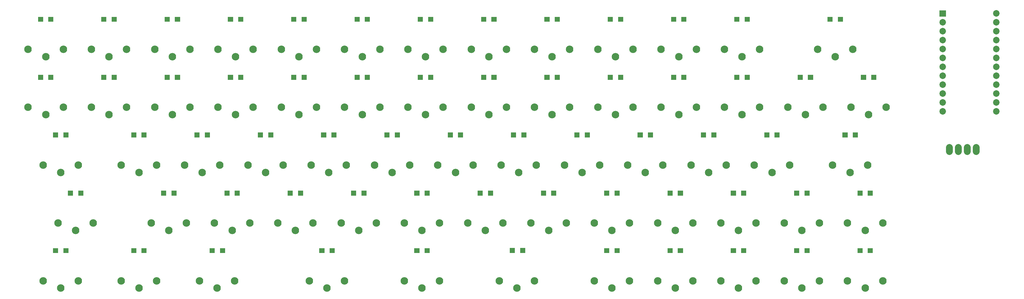
<source format=gbs>
G04 Layer: BottomSolderMaskLayer*
G04 EasyEDA v6.5.1, 2022-08-22 11:36:35*
G04 479a10040a424d6084b7507f6101f796,d603b60474844c32a05bd641800ef4e1,10*
G04 Gerber Generator version 0.2*
G04 Scale: 100 percent, Rotated: No, Reflected: No *
G04 Dimensions in millimeters *
G04 leading zeros omitted , absolute positions ,4 integer and 5 decimal *
%FSLAX45Y45*%
%MOMM*%

%ADD22C,1.9812*%
%ADD23C,2.1336*%
%ADD25C,1.8542*%

%LPD*%
D22*
X27495500Y5806300D02*
G01*
X27495500Y5928499D01*
X27749500Y5806300D02*
G01*
X27749500Y5928499D01*
X28003500Y5806300D02*
G01*
X28003500Y5928499D01*
X28257500Y5806300D02*
G01*
X28257500Y5928499D01*
G36*
X24455374Y6208776D02*
G01*
X24455374Y6351270D01*
X24600661Y6351270D01*
X24600661Y6208776D01*
G37*
G36*
X24749252Y6208776D02*
G01*
X24749252Y6351270D01*
X24894540Y6351270D01*
X24894540Y6208776D01*
G37*
G36*
X19580352Y9503918D02*
G01*
X19580352Y9646158D01*
X19725640Y9646158D01*
X19725640Y9503918D01*
G37*
G36*
X19874229Y9503918D02*
G01*
X19874229Y9646158D01*
X20019518Y9646158D01*
X20019518Y9503918D01*
G37*
G36*
X3380231Y9503918D02*
G01*
X3380231Y9646158D01*
X3525774Y9646158D01*
X3525774Y9503918D01*
G37*
G36*
X3674363Y9503918D02*
G01*
X3674363Y9646158D01*
X3819652Y9646158D01*
X3819652Y9503918D01*
G37*
G36*
X5180329Y9503918D02*
G01*
X5180329Y9646158D01*
X5325618Y9646158D01*
X5325618Y9503918D01*
G37*
G36*
X5474208Y9503918D02*
G01*
X5474208Y9646158D01*
X5619750Y9646158D01*
X5619750Y9503918D01*
G37*
G36*
X6980427Y9503918D02*
G01*
X6980427Y9646158D01*
X7125715Y9646158D01*
X7125715Y9503918D01*
G37*
G36*
X7274306Y9503918D02*
G01*
X7274306Y9646158D01*
X7419593Y9646158D01*
X7419593Y9503918D01*
G37*
G36*
X8780272Y9503918D02*
G01*
X8780272Y9646158D01*
X8925559Y9646158D01*
X8925559Y9503918D01*
G37*
G36*
X9074404Y9503918D02*
G01*
X9074404Y9646158D01*
X9219691Y9646158D01*
X9219691Y9503918D01*
G37*
G36*
X10580370Y9503918D02*
G01*
X10580370Y9646158D01*
X10725658Y9646158D01*
X10725658Y9503918D01*
G37*
G36*
X10874247Y9503918D02*
G01*
X10874247Y9646158D01*
X11019536Y9646158D01*
X11019536Y9503918D01*
G37*
G36*
X12380213Y9503918D02*
G01*
X12380213Y9646158D01*
X12525756Y9646158D01*
X12525756Y9503918D01*
G37*
G36*
X12674345Y9503918D02*
G01*
X12674345Y9646158D01*
X12819634Y9646158D01*
X12819634Y9503918D01*
G37*
G36*
X14180311Y9503918D02*
G01*
X14180311Y9646158D01*
X14325600Y9646158D01*
X14325600Y9503918D01*
G37*
G36*
X14474190Y9503918D02*
G01*
X14474190Y9646158D01*
X14619731Y9646158D01*
X14619731Y9503918D01*
G37*
G36*
X15980409Y9503918D02*
G01*
X15980409Y9646158D01*
X16125697Y9646158D01*
X16125697Y9503918D01*
G37*
G36*
X16274288Y9503918D02*
G01*
X16274288Y9646158D01*
X16419575Y9646158D01*
X16419575Y9503918D01*
G37*
G36*
X17780254Y9503918D02*
G01*
X17780254Y9646158D01*
X17925541Y9646158D01*
X17925541Y9503918D01*
G37*
G36*
X18074386Y9503918D02*
G01*
X18074386Y9646158D01*
X18219674Y9646158D01*
X18219674Y9503918D01*
G37*
G36*
X22230334Y6208776D02*
G01*
X22230334Y6351270D01*
X22375622Y6351270D01*
X22375622Y6208776D01*
G37*
G36*
X22524211Y6208776D02*
G01*
X22524211Y6351270D01*
X22669500Y6351270D01*
X22669500Y6208776D01*
G37*
G36*
X17680431Y4548886D02*
G01*
X17680431Y4691126D01*
X17825720Y4691126D01*
X17825720Y4548886D01*
G37*
G36*
X17974309Y4548886D02*
G01*
X17974309Y4691126D01*
X18119598Y4691126D01*
X18119598Y4548886D01*
G37*
G36*
X21380195Y9503918D02*
G01*
X21380195Y9646158D01*
X21525738Y9646158D01*
X21525738Y9503918D01*
G37*
G36*
X21674327Y9503918D02*
G01*
X21674327Y9646158D01*
X21819616Y9646158D01*
X21819616Y9503918D01*
G37*
G36*
X19480275Y4548886D02*
G01*
X19480275Y4691126D01*
X19625563Y4691126D01*
X19625563Y4548886D01*
G37*
G36*
X19774408Y4548886D02*
G01*
X19774408Y4691126D01*
X19919695Y4691126D01*
X19919695Y4548886D01*
G37*
G36*
X21280374Y4548886D02*
G01*
X21280374Y4691126D01*
X21425661Y4691126D01*
X21425661Y4548886D01*
G37*
G36*
X21574252Y4548886D02*
G01*
X21574252Y4691126D01*
X21719540Y4691126D01*
X21719540Y4548886D01*
G37*
G36*
X20430236Y6208776D02*
G01*
X20430236Y6351270D01*
X20575524Y6351270D01*
X20575524Y6208776D01*
G37*
G36*
X20724368Y6208776D02*
G01*
X20724368Y6351270D01*
X20869656Y6351270D01*
X20869656Y6208776D01*
G37*
G36*
X4230370Y6208776D02*
G01*
X4230370Y6351270D01*
X4375658Y6351270D01*
X4375658Y6208776D01*
G37*
G36*
X4524247Y6208776D02*
G01*
X4524247Y6351270D01*
X4669536Y6351270D01*
X4669536Y6208776D01*
G37*
G36*
X6460236Y2908807D02*
G01*
X6460236Y3051047D01*
X6605777Y3051047D01*
X6605777Y2908807D01*
G37*
G36*
X6754368Y2908807D02*
G01*
X6754368Y3051047D01*
X6899656Y3051047D01*
X6899656Y2908807D01*
G37*
G36*
X17680431Y2908807D02*
G01*
X17680431Y3051047D01*
X17825720Y3051047D01*
X17825720Y2908807D01*
G37*
G36*
X17974309Y2908807D02*
G01*
X17974309Y3051047D01*
X18119598Y3051047D01*
X18119598Y2908807D01*
G37*
G36*
X12280391Y4548886D02*
G01*
X12280391Y4691126D01*
X12425679Y4691126D01*
X12425679Y4548886D01*
G37*
G36*
X12574270Y4548886D02*
G01*
X12574270Y4691126D01*
X12719558Y4691126D01*
X12719558Y4548886D01*
G37*
G36*
X24030177Y9503918D02*
G01*
X24030177Y9646158D01*
X24175720Y9646158D01*
X24175720Y9503918D01*
G37*
G36*
X24324309Y9503918D02*
G01*
X24324309Y9646158D01*
X24469598Y9646158D01*
X24469598Y9503918D01*
G37*
G36*
X8680450Y4548886D02*
G01*
X8680450Y4691126D01*
X8825738Y4691126D01*
X8825738Y4548886D01*
G37*
G36*
X8974327Y4548886D02*
G01*
X8974327Y4691126D01*
X9119615Y4691126D01*
X9119615Y4548886D01*
G37*
G36*
X2005329Y6208776D02*
G01*
X2005329Y6351270D01*
X2150618Y6351270D01*
X2150618Y6208776D01*
G37*
G36*
X2299461Y6208776D02*
G01*
X2299461Y6351270D01*
X2444750Y6351270D01*
X2444750Y6208776D01*
G37*
G36*
X2005329Y2908807D02*
G01*
X2005329Y3051047D01*
X2150618Y3051047D01*
X2150618Y2908807D01*
G37*
G36*
X2299461Y2908807D02*
G01*
X2299461Y3051047D01*
X2444750Y3051047D01*
X2444750Y2908807D01*
G37*
G36*
X19480275Y2908807D02*
G01*
X19480275Y3051047D01*
X19625563Y3051047D01*
X19625563Y2908807D01*
G37*
G36*
X19774408Y2908807D02*
G01*
X19774408Y3051047D01*
X19919695Y3051047D01*
X19919695Y2908807D01*
G37*
G36*
X7830311Y6208776D02*
G01*
X7830311Y6351270D01*
X7975600Y6351270D01*
X7975600Y6208776D01*
G37*
G36*
X8124443Y6208776D02*
G01*
X8124443Y6351270D01*
X8269731Y6351270D01*
X8269731Y6208776D01*
G37*
G36*
X23080218Y2908807D02*
G01*
X23080218Y3051047D01*
X23225506Y3051047D01*
X23225506Y2908807D01*
G37*
G36*
X23374350Y2908807D02*
G01*
X23374350Y3051047D01*
X23519638Y3051047D01*
X23519638Y2908807D01*
G37*
G36*
X6980427Y7848854D02*
G01*
X6980427Y7991094D01*
X7125715Y7991094D01*
X7125715Y7848854D01*
G37*
G36*
X7274306Y7848854D02*
G01*
X7274306Y7991094D01*
X7419593Y7991094D01*
X7419593Y7848854D01*
G37*
G36*
X1580387Y9503918D02*
G01*
X1580387Y9646158D01*
X1725676Y9646158D01*
X1725676Y9503918D01*
G37*
G36*
X1874265Y9503918D02*
G01*
X1874265Y9646158D01*
X2019554Y9646158D01*
X2019554Y9503918D01*
G37*
G36*
X9630409Y6208776D02*
G01*
X9630409Y6351270D01*
X9775697Y6351270D01*
X9775697Y6208776D01*
G37*
G36*
X9924288Y6208776D02*
G01*
X9924288Y6351270D01*
X10069575Y6351270D01*
X10069575Y6208776D01*
G37*
G36*
X12280391Y2908807D02*
G01*
X12280391Y3051047D01*
X12425679Y3051047D01*
X12425679Y2908807D01*
G37*
G36*
X12574270Y2908807D02*
G01*
X12574270Y3051047D01*
X12719558Y3051047D01*
X12719558Y2908807D01*
G37*
G36*
X11430254Y6208776D02*
G01*
X11430254Y6351270D01*
X11575541Y6351270D01*
X11575541Y6208776D01*
G37*
G36*
X11724386Y6208776D02*
G01*
X11724386Y6351270D01*
X11869674Y6351270D01*
X11869674Y6208776D01*
G37*
G36*
X13230352Y6208776D02*
G01*
X13230352Y6351270D01*
X13375640Y6351270D01*
X13375640Y6208776D01*
G37*
G36*
X13524229Y6208776D02*
G01*
X13524229Y6351270D01*
X13669518Y6351270D01*
X13669518Y6208776D01*
G37*
G36*
X15980409Y7848854D02*
G01*
X15980409Y7991094D01*
X16125697Y7991094D01*
X16125697Y7848854D01*
G37*
G36*
X16274288Y7848854D02*
G01*
X16274288Y7991094D01*
X16419575Y7991094D01*
X16419575Y7848854D01*
G37*
G36*
X15030195Y6208776D02*
G01*
X15030195Y6351270D01*
X15175738Y6351270D01*
X15175738Y6208776D01*
G37*
G36*
X15324327Y6208776D02*
G01*
X15324327Y6351270D01*
X15469616Y6351270D01*
X15469616Y6208776D01*
G37*
G36*
X16830293Y6208776D02*
G01*
X16830293Y6351270D01*
X16975581Y6351270D01*
X16975581Y6208776D01*
G37*
G36*
X17124425Y6208776D02*
G01*
X17124425Y6351270D01*
X17269713Y6351270D01*
X17269713Y6208776D01*
G37*
G36*
X18630391Y6208776D02*
G01*
X18630391Y6351270D01*
X18775679Y6351270D01*
X18775679Y6208776D01*
G37*
G36*
X18924270Y6208776D02*
G01*
X18924270Y6351270D01*
X19069558Y6351270D01*
X19069558Y6208776D01*
G37*
G36*
X21280374Y2908807D02*
G01*
X21280374Y3051047D01*
X21425661Y3051047D01*
X21425661Y2908807D01*
G37*
G36*
X21574252Y2908807D02*
G01*
X21574252Y3051047D01*
X21719540Y3051047D01*
X21719540Y2908807D01*
G37*
G36*
X15880334Y4548886D02*
G01*
X15880334Y4691126D01*
X16025622Y4691126D01*
X16025622Y4548886D01*
G37*
G36*
X16174211Y4548886D02*
G01*
X16174211Y4691126D01*
X16319500Y4691126D01*
X16319500Y4548886D01*
G37*
G36*
X14080236Y4548886D02*
G01*
X14080236Y4691126D01*
X14225524Y4691126D01*
X14225524Y4548886D01*
G37*
G36*
X14374368Y4548886D02*
G01*
X14374368Y4691126D01*
X14519656Y4691126D01*
X14519656Y4548886D01*
G37*
G36*
X17780254Y7848854D02*
G01*
X17780254Y7991094D01*
X17925541Y7991094D01*
X17925541Y7848854D01*
G37*
G36*
X18074386Y7848854D02*
G01*
X18074386Y7991094D01*
X18219674Y7991094D01*
X18219674Y7848854D01*
G37*
G36*
X19580352Y7848854D02*
G01*
X19580352Y7991094D01*
X19725640Y7991094D01*
X19725640Y7848854D01*
G37*
G36*
X19874229Y7848854D02*
G01*
X19874229Y7991094D01*
X20019518Y7991094D01*
X20019518Y7848854D01*
G37*
G36*
X3380231Y7848854D02*
G01*
X3380231Y7991094D01*
X3525774Y7991094D01*
X3525774Y7848854D01*
G37*
G36*
X3674363Y7848854D02*
G01*
X3674363Y7991094D01*
X3819652Y7991094D01*
X3819652Y7848854D01*
G37*
G36*
X8780272Y7848854D02*
G01*
X8780272Y7991094D01*
X8925559Y7991094D01*
X8925559Y7848854D01*
G37*
G36*
X9074404Y7848854D02*
G01*
X9074404Y7991094D01*
X9219691Y7991094D01*
X9219691Y7848854D01*
G37*
G36*
X24880316Y2908807D02*
G01*
X24880316Y3051047D01*
X25025604Y3051047D01*
X25025604Y2908807D01*
G37*
G36*
X25174193Y2908807D02*
G01*
X25174193Y3051047D01*
X25319736Y3051047D01*
X25319736Y2908807D01*
G37*
G36*
X6030213Y6208776D02*
G01*
X6030213Y6351270D01*
X6175756Y6351270D01*
X6175756Y6208776D01*
G37*
G36*
X6324345Y6208776D02*
G01*
X6324345Y6351270D01*
X6469634Y6351270D01*
X6469634Y6208776D01*
G37*
G36*
X2430272Y4548886D02*
G01*
X2430272Y4691126D01*
X2575559Y4691126D01*
X2575559Y4548886D01*
G37*
G36*
X2724404Y4548886D02*
G01*
X2724404Y4691126D01*
X2869691Y4691126D01*
X2869691Y4548886D01*
G37*
G36*
X24880316Y4548886D02*
G01*
X24880316Y4691126D01*
X25025604Y4691126D01*
X25025604Y4548886D01*
G37*
G36*
X25174193Y4548886D02*
G01*
X25174193Y4691126D01*
X25319736Y4691126D01*
X25319736Y4548886D01*
G37*
G36*
X9580372Y2908807D02*
G01*
X9580372Y3051047D01*
X9725659Y3051047D01*
X9725659Y2908807D01*
G37*
G36*
X9874250Y2908807D02*
G01*
X9874250Y3051047D01*
X10019538Y3051047D01*
X10019538Y2908807D01*
G37*
G36*
X14994890Y2913379D02*
G01*
X14994890Y3055620D01*
X15140177Y3055620D01*
X15140177Y2913379D01*
G37*
G36*
X15289022Y2913379D02*
G01*
X15289022Y3055620D01*
X15434309Y3055620D01*
X15434309Y2913379D01*
G37*
G36*
X10580370Y7848854D02*
G01*
X10580370Y7991094D01*
X10725658Y7991094D01*
X10725658Y7848854D01*
G37*
G36*
X10874247Y7848854D02*
G01*
X10874247Y7991094D01*
X11019536Y7991094D01*
X11019536Y7848854D01*
G37*
G36*
X1580387Y7848854D02*
G01*
X1580387Y7991094D01*
X1725676Y7991094D01*
X1725676Y7848854D01*
G37*
G36*
X1874265Y7848854D02*
G01*
X1874265Y7991094D01*
X2019554Y7991094D01*
X2019554Y7848854D01*
G37*
G36*
X14180311Y7848854D02*
G01*
X14180311Y7991094D01*
X14325600Y7991094D01*
X14325600Y7848854D01*
G37*
G36*
X14474190Y7848854D02*
G01*
X14474190Y7991094D01*
X14619731Y7991094D01*
X14619731Y7848854D01*
G37*
G36*
X23080218Y4548886D02*
G01*
X23080218Y4691126D01*
X23225506Y4691126D01*
X23225506Y4548886D01*
G37*
G36*
X23374350Y4548886D02*
G01*
X23374350Y4691126D01*
X23519638Y4691126D01*
X23519638Y4548886D01*
G37*
G36*
X10480293Y4548886D02*
G01*
X10480293Y4691126D01*
X10625581Y4691126D01*
X10625581Y4548886D01*
G37*
G36*
X10774425Y4548886D02*
G01*
X10774425Y4691126D01*
X10919713Y4691126D01*
X10919713Y4548886D01*
G37*
G36*
X5180329Y7848854D02*
G01*
X5180329Y7991094D01*
X5325618Y7991094D01*
X5325618Y7848854D01*
G37*
G36*
X5474208Y7848854D02*
G01*
X5474208Y7991094D01*
X5619750Y7991094D01*
X5619750Y7848854D01*
G37*
G36*
X4230370Y2908807D02*
G01*
X4230370Y3051047D01*
X4375658Y3051047D01*
X4375658Y2908807D01*
G37*
G36*
X4524247Y2908807D02*
G01*
X4524247Y3051047D01*
X4669536Y3051047D01*
X4669536Y2908807D01*
G37*
G36*
X6880352Y4548886D02*
G01*
X6880352Y4691126D01*
X7025640Y4691126D01*
X7025640Y4548886D01*
G37*
G36*
X7174229Y4548886D02*
G01*
X7174229Y4691126D01*
X7319518Y4691126D01*
X7319518Y4548886D01*
G37*
G36*
X5080254Y4548886D02*
G01*
X5080254Y4691126D01*
X5225541Y4691126D01*
X5225541Y4548886D01*
G37*
G36*
X5374386Y4548886D02*
G01*
X5374386Y4691126D01*
X5519674Y4691126D01*
X5519674Y4548886D01*
G37*
G36*
X12380213Y7848854D02*
G01*
X12380213Y7991094D01*
X12525756Y7991094D01*
X12525756Y7848854D01*
G37*
G36*
X12674345Y7848854D02*
G01*
X12674345Y7991094D01*
X12819634Y7991094D01*
X12819634Y7848854D01*
G37*
G36*
X24980391Y7848854D02*
G01*
X24980391Y7991094D01*
X25125679Y7991094D01*
X25125679Y7848854D01*
G37*
G36*
X25274270Y7848854D02*
G01*
X25274270Y7991094D01*
X25419558Y7991094D01*
X25419558Y7848854D01*
G37*
G36*
X21380195Y7848854D02*
G01*
X21380195Y7991094D01*
X21525738Y7991094D01*
X21525738Y7848854D01*
G37*
G36*
X21674327Y7848854D02*
G01*
X21674327Y7991094D01*
X21819616Y7991094D01*
X21819616Y7848854D01*
G37*
G36*
X23180293Y7848854D02*
G01*
X23180293Y7991094D01*
X23325581Y7991094D01*
X23325581Y7848854D01*
G37*
G36*
X23474172Y7848854D02*
G01*
X23474172Y7991094D01*
X23619713Y7991094D01*
X23619713Y7848854D01*
G37*
D23*
G01*
X19799960Y8509990D03*
G01*
X19299961Y8719972D03*
G01*
X20299959Y8719972D03*
G01*
X3599992Y8509990D03*
G01*
X3099993Y8719972D03*
G01*
X4099991Y8719972D03*
G01*
X5399989Y8509990D03*
G01*
X4899990Y8719972D03*
G01*
X5899988Y8719972D03*
G01*
X7199985Y8509990D03*
G01*
X6699986Y8719972D03*
G01*
X7699984Y8719972D03*
G01*
X8999981Y8509990D03*
G01*
X8499983Y8719972D03*
G01*
X9499981Y8719972D03*
G01*
X12599974Y8509990D03*
G01*
X12099975Y8719972D03*
G01*
X13099973Y8719972D03*
G01*
X14399971Y8509990D03*
G01*
X13899972Y8719972D03*
G01*
X14899970Y8719972D03*
G01*
X16199967Y8509990D03*
G01*
X15699968Y8719972D03*
G01*
X16699966Y8719972D03*
G01*
X17999963Y8509990D03*
G01*
X17499965Y8719972D03*
G01*
X18499963Y8719972D03*
G01*
X22449967Y5209997D03*
G01*
X21949968Y5419979D03*
G01*
X22949966Y5419979D03*
G01*
X17899964Y3559987D03*
G01*
X17399965Y3769969D03*
G01*
X18399963Y3769969D03*
G01*
X21599956Y8509990D03*
G01*
X21099957Y8719972D03*
G01*
X22099955Y8719972D03*
G01*
X19699960Y3559987D03*
G01*
X19199961Y3769969D03*
G01*
X20199959Y3769969D03*
G01*
X21499956Y3559987D03*
G01*
X20999958Y3769969D03*
G01*
X21999956Y3769969D03*
G01*
X20649971Y5209997D03*
G01*
X20149972Y5419979D03*
G01*
X21149970Y5419979D03*
G01*
X4450003Y5209997D03*
G01*
X3949979Y5419979D03*
G01*
X4950002Y5419979D03*
G01*
X6675018Y1910003D03*
G01*
X6175019Y2119985D03*
G01*
X7175017Y2119985D03*
G01*
X17899964Y1910003D03*
G01*
X17399965Y2119985D03*
G01*
X18399963Y2119985D03*
G01*
X12499975Y3559987D03*
G01*
X11999975Y3769969D03*
G01*
X12999974Y3769969D03*
G01*
X24249964Y8509990D03*
G01*
X23749965Y8719972D03*
G01*
X24749963Y8719972D03*
G01*
X8899982Y3559987D03*
G01*
X8399983Y3769969D03*
G01*
X9399981Y3769969D03*
G01*
X2224989Y5209997D03*
G01*
X1724990Y5419979D03*
G01*
X2724988Y5419979D03*
G01*
X2224989Y1910003D03*
G01*
X1724990Y2119985D03*
G01*
X2724988Y2119985D03*
G01*
X19699960Y1910003D03*
G01*
X19199961Y2119985D03*
G01*
X20199959Y2119985D03*
G01*
X8049996Y5209997D03*
G01*
X7549997Y5419979D03*
G01*
X8549995Y5419979D03*
G01*
X23299953Y1910003D03*
G01*
X22799954Y2119985D03*
G01*
X23799952Y2119985D03*
G01*
X7199985Y6859981D03*
G01*
X6699986Y7069962D03*
G01*
X7699984Y7069962D03*
G01*
X24674956Y5209997D03*
G01*
X24174958Y5419979D03*
G01*
X25174956Y5419979D03*
G01*
X1799996Y8509990D03*
G01*
X1299997Y8719972D03*
G01*
X2299995Y8719972D03*
G01*
X9849993Y5209997D03*
G01*
X9349993Y5419979D03*
G01*
X10349991Y5419979D03*
G01*
X12499975Y1910003D03*
G01*
X11999975Y2119985D03*
G01*
X12999974Y2119985D03*
G01*
X11649989Y5209997D03*
G01*
X11149990Y5419979D03*
G01*
X12149988Y5419979D03*
G01*
X13449985Y5209997D03*
G01*
X12949986Y5419979D03*
G01*
X13949984Y5419979D03*
G01*
X16199967Y6859981D03*
G01*
X15699968Y7069962D03*
G01*
X16699966Y7069962D03*
G01*
X15249982Y5209997D03*
G01*
X14749983Y5419979D03*
G01*
X15749981Y5419979D03*
G01*
X17049978Y5209997D03*
G01*
X16549979Y5419979D03*
G01*
X17549977Y5419979D03*
G01*
X18849975Y5209997D03*
G01*
X18349975Y5419979D03*
G01*
X19349974Y5419979D03*
G01*
X21499956Y1910003D03*
G01*
X20999958Y2119985D03*
G01*
X21999956Y2119985D03*
G01*
X16099967Y3559987D03*
G01*
X15599968Y3769969D03*
G01*
X16599966Y3769969D03*
G01*
X14299971Y3559987D03*
G01*
X13799972Y3769969D03*
G01*
X14799970Y3769969D03*
G01*
X17999963Y6859981D03*
G01*
X17499965Y7069962D03*
G01*
X18499963Y7069962D03*
G01*
X19799960Y6859981D03*
G01*
X19299961Y7069962D03*
G01*
X20299959Y7069962D03*
G01*
X3599992Y6859981D03*
G01*
X3099993Y7069962D03*
G01*
X4099991Y7069962D03*
G01*
X8999981Y6859981D03*
G01*
X8499983Y7069962D03*
G01*
X9499981Y7069962D03*
G01*
X25099949Y1910003D03*
G01*
X24599950Y2119985D03*
G01*
X25599948Y2119985D03*
G01*
X6250000Y5209997D03*
G01*
X5750001Y5419979D03*
G01*
X6749999Y5419979D03*
G01*
X2650007Y3559987D03*
G01*
X2149983Y3769969D03*
G01*
X3150006Y3769969D03*
G01*
X25099949Y3559987D03*
G01*
X24599950Y3769969D03*
G01*
X25599948Y3769969D03*
G01*
X9799980Y1910003D03*
G01*
X9299981Y2119985D03*
G01*
X10299979Y2119985D03*
G01*
X15199969Y1910003D03*
G01*
X14699970Y2119985D03*
G01*
X15699968Y2119985D03*
G01*
X10799978Y6859981D03*
G01*
X10299979Y7069962D03*
G01*
X11299977Y7069962D03*
G01*
X1799996Y6859981D03*
G01*
X1299997Y7069962D03*
G01*
X2299995Y7069962D03*
G01*
X14399971Y6859981D03*
G01*
X13899972Y7069962D03*
G01*
X14899970Y7069962D03*
G01*
X23299953Y3559987D03*
G01*
X22799954Y3769969D03*
G01*
X23799952Y3769969D03*
G01*
X10699978Y3559987D03*
G01*
X10199979Y3769969D03*
G01*
X11199977Y3769969D03*
G01*
X5399989Y6859981D03*
G01*
X4899990Y7069962D03*
G01*
X5899988Y7069962D03*
G01*
X4450003Y1910003D03*
G01*
X3949979Y2119985D03*
G01*
X4950002Y2119985D03*
G01*
X7099985Y3559987D03*
G01*
X6599986Y3769969D03*
G01*
X7599984Y3769969D03*
G01*
X5299989Y3559987D03*
G01*
X4799990Y3769969D03*
G01*
X5799988Y3769969D03*
G01*
X12599974Y6859981D03*
G01*
X12099975Y7069962D03*
G01*
X13099973Y7069962D03*
G01*
X25199949Y6859981D03*
G01*
X24699950Y7069962D03*
G01*
X25699948Y7069962D03*
G01*
X21599956Y6859981D03*
G01*
X21099957Y7069962D03*
G01*
X22099955Y7069962D03*
G01*
X23399953Y6859981D03*
G01*
X22899954Y7069962D03*
G01*
X23899952Y7069962D03*
G01*
X10799978Y8509990D03*
G01*
X10299979Y8719972D03*
G01*
X11299977Y8719972D03*
D25*
G01*
X28829000Y9740900D03*
G01*
X27305000Y6946900D03*
G01*
X28829000Y9486900D03*
G01*
X28829000Y9232900D03*
G01*
X28829000Y8978900D03*
G01*
X28829000Y8724900D03*
G01*
X28829000Y8470900D03*
G01*
X28829000Y8216900D03*
G01*
X28829000Y7962900D03*
G01*
X28829000Y7708900D03*
G01*
X28829000Y7454900D03*
G01*
X28829000Y7200900D03*
G01*
X28829000Y6946900D03*
G01*
X27305000Y7200900D03*
G01*
X27305000Y7454900D03*
G01*
X27305000Y7708900D03*
G01*
X27305000Y7962900D03*
G01*
X27305000Y8216900D03*
G01*
X27305000Y8470900D03*
G01*
X27305000Y8724900D03*
G01*
X27305000Y8978900D03*
G01*
X27305000Y9232900D03*
G01*
X27305000Y9486900D03*
G36*
X27212290Y9648189D02*
G01*
X27212290Y9833610D01*
X27397709Y9833610D01*
X27397709Y9648189D01*
G37*
M02*

</source>
